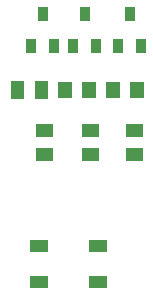
<source format=gbp>
G04 Layer: BottomPasteMaskLayer*
G04 EasyEDA v6.1.52, Mon, 29 Jul 2019 07:14:48 GMT*
G04 763c4d154c644d5a9bd2c91acdf97d9b,a2ddd735335a41bd89ccdca2c933086a,10*
G04 Gerber Generator version 0.2*
G04 Scale: 100 percent, Rotated: No, Reflected: No *
G04 Dimensions in millimeters *
G04 leading zeros omitted , absolute positions ,3 integer and 3 decimal *
%FSLAX33Y33*%
%MOMM*%
G90*
G71D02*

%ADD19R,1.160018X1.450010*%
%ADD25R,0.812800X1.219200*%

%LPD*%
G54D19*
G01X17526Y17526D03*
G01X15494Y17526D03*
G36*
G01X16928Y14677D02*
G01X16928Y13516D01*
G01X18377Y13516D01*
G01X18377Y14677D01*
G01X16928Y14677D01*
G37*
G36*
G01X16928Y12645D02*
G01X16928Y11484D01*
G01X18377Y11484D01*
G01X18377Y12645D01*
G01X16928Y12645D01*
G37*
G36*
G01X20611Y14677D02*
G01X20611Y13516D01*
G01X22060Y13516D01*
G01X22060Y14677D01*
G01X20611Y14677D01*
G37*
G36*
G01X20611Y12645D02*
G01X20611Y11484D01*
G01X22060Y11484D01*
G01X22060Y12645D01*
G01X20611Y12645D01*
G37*
G01X21590Y17526D03*
G01X19558Y17526D03*
G36*
G01X10849Y16801D02*
G01X12010Y16801D01*
G01X12010Y18250D01*
G01X10849Y18250D01*
G01X10849Y16801D01*
G37*
G36*
G01X12881Y16801D02*
G01X14042Y16801D01*
G01X14042Y18250D01*
G01X12881Y18250D01*
G01X12881Y16801D01*
G37*
G36*
G01X12991Y14677D02*
G01X12991Y13516D01*
G01X14440Y13516D01*
G01X14440Y14677D01*
G01X12991Y14677D01*
G37*
G36*
G01X12991Y12645D02*
G01X12991Y11484D01*
G01X14440Y11484D01*
G01X14440Y12645D01*
G01X12991Y12645D01*
G37*
G54D25*
G01X14554Y21285D03*
G01X12623Y21285D03*
G01X13589Y23926D03*
G01X18110Y21285D03*
G01X16179Y21285D03*
G01X17145Y23926D03*
G01X21920Y21285D03*
G01X19989Y21285D03*
G01X20955Y23926D03*
G36*
G01X12498Y795D02*
G01X13997Y795D01*
G01X13997Y1793D01*
G01X12498Y1793D01*
G01X12498Y795D01*
G37*
G36*
G01X12498Y3794D02*
G01X13997Y3794D01*
G01X13997Y4792D01*
G01X12498Y4792D01*
G01X12498Y3794D01*
G37*
G36*
G01X17497Y3794D02*
G01X18998Y3794D01*
G01X18998Y4792D01*
G01X17497Y4792D01*
G01X17497Y3794D01*
G37*
G36*
G01X17497Y795D02*
G01X18998Y795D01*
G01X18998Y1793D01*
G01X17497Y1793D01*
G01X17497Y795D01*
G37*
M00*
M02*

</source>
